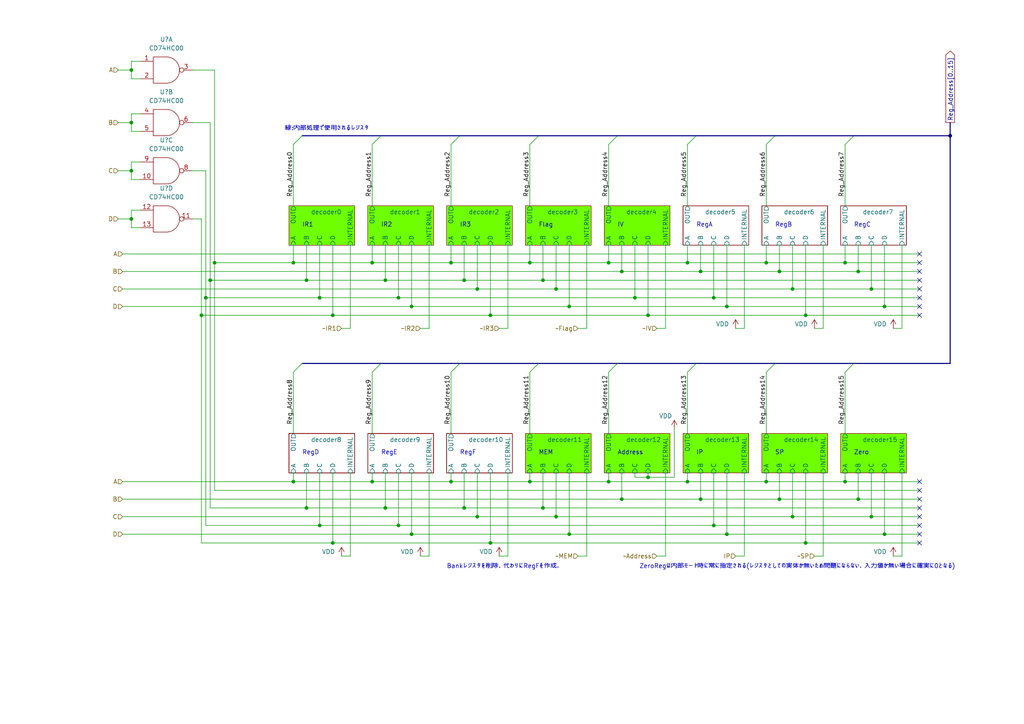
<source format=kicad_sch>
(kicad_sch (version 20211123) (generator eeschema)
  (paper "A4")
  (lib_symbols
    (symbol "CD74HCXX:CD74HC00" (pin_names (offset 0.762))
      (property "Reference" "U" (at -2.54 6.985 0))
      (property "Value" "CD74HC00" (at 1.27 5.08 0))
      (symbol "CD74HC00_0_0"
        (pin power_in line (at -2.54 2.54 0) (length 0) hide (name "VCC") (number "14"))
        (pin power_in line (at -2.54 -2.54 0) (length 0) hide (name "GND") (number "7"))
      )
      (symbol "CD74HC00_0_1"
        (arc (start 0 -3.81) (mid 3.81 0) (end 0 3.81))
        (polyline (pts (xy 0 3.81) (xy -3.81 3.81) (xy -3.81 -3.81) (xy 0 -3.81)))
      )
      (symbol "CD74HC00_0_2"
        (arc (start -4.445 -3.81) (mid -3.175 0) (end -4.445 3.81))
        (arc (start -3.175 -3.81) (mid 0.803 -2.7954) (end 3.81 0))
        (polyline (pts (xy -4.445 -3.81) (xy -3.175 -3.81)))
        (polyline (pts (xy -4.445 3.81) (xy -3.175 3.81)))
        (arc (start 3.81 0) (mid 0.8099 2.8117) (end -3.175 3.81))
      )
      (symbol "CD74HC00_1_1"
        (pin input line (at -7.62 2.54 0) (length 3.81) (name "~") (number "1"))
        (pin input line (at -7.62 -2.54 0) (length 3.81) (name "~") (number "2"))
        (pin output inverted (at 7.62 0 180) (length 3.81) (name "~") (number "3"))
      )
      (symbol "CD74HC00_1_2"
        (pin input inverted (at -7.62 2.54 0) (length 3.81) (name "~") (number "1"))
        (pin input inverted (at -7.62 -2.54 0) (length 3.81) (name "~") (number "2"))
        (pin output line (at 7.62 0 180) (length 3.81) (name "~") (number "3"))
      )
      (symbol "CD74HC00_2_1"
        (pin input line (at -7.62 2.54 0) (length 3.81) (name "~") (number "4"))
        (pin input line (at -7.62 -2.54 0) (length 3.81) (name "~") (number "5"))
        (pin output inverted (at 7.62 0 180) (length 3.81) (name "~") (number "6"))
      )
      (symbol "CD74HC00_2_2"
        (pin input inverted (at -7.62 2.54 0) (length 3.81) (name "~") (number "4"))
        (pin input inverted (at -7.62 -2.54 0) (length 3.81) (name "~") (number "5"))
        (pin output line (at 7.62 0 180) (length 3.81) (name "~") (number "6"))
      )
      (symbol "CD74HC00_3_1"
        (pin input line (at -7.62 -2.54 0) (length 3.81) (name "~") (number "10"))
        (pin output inverted (at 7.62 0 180) (length 3.81) (name "~") (number "8"))
        (pin input line (at -7.62 2.54 0) (length 3.81) (name "~") (number "9"))
      )
      (symbol "CD74HC00_3_2"
        (pin input inverted (at -7.62 -2.54 0) (length 3.81) (name "~") (number "10"))
        (pin output line (at 7.62 0 180) (length 3.81) (name "~") (number "8"))
        (pin input inverted (at -7.62 2.54 0) (length 3.81) (name "~") (number "9"))
      )
      (symbol "CD74HC00_4_1"
        (pin output inverted (at 7.62 0 180) (length 3.81) (name "~") (number "11"))
        (pin input line (at -7.62 2.54 0) (length 3.81) (name "~") (number "12"))
        (pin input line (at -7.62 -2.54 0) (length 3.81) (name "~") (number "13"))
      )
      (symbol "CD74HC00_4_2"
        (pin output line (at 7.62 0 180) (length 3.81) (name "~") (number "11"))
        (pin input inverted (at -7.62 2.54 0) (length 3.81) (name "~") (number "12"))
        (pin input inverted (at -7.62 -2.54 0) (length 3.81) (name "~") (number "13"))
      )
    )
    (symbol "power:VDD" (power) (pin_names (offset 0))
      (property "Value" "VDD" (at 0 3.81 0))
      (symbol "VDD_0_1"
        (polyline (pts (xy -0.762 1.27) (xy 0 2.54)))
        (polyline (pts (xy 0 0) (xy 0 2.54)))
        (polyline (pts (xy 0 2.54) (xy 0.762 1.27)))
      )
      (symbol "VDD_1_1"
        (pin power_in line (at 0 0 90) (length 0) hide (name "VDD") (number "1"))
      )
    )
  )
  (junction (at 226.06 144.78))
  (junction (at 138.43 149.86))
  (junction (at 119.38 154.94))
  (junction (at 210.82 154.94))
  (junction (at 207.01 86.36))
  (junction (at 38.1 49.53))
  (junction (at 88.9 147.32))
  (junction (at 203.2 144.78))
  (junction (at 248.92 144.78))
  (junction (at 92.71 152.4))
  (junction (at 252.73 149.86))
  (junction (at 184.15 86.36))
  (junction (at 176.53 76.2))
  (junction (at 199.39 139.7))
  (junction (at 229.87 83.82))
  (junction (at 111.76 81.28))
  (junction (at 115.57 86.36))
  (junction (at 134.62 81.28))
  (junction (at 153.67 139.7))
  (junction (at 226.06 78.74))
  (junction (at 165.1 154.94))
  (junction (at 252.73 83.82))
  (junction (at 157.48 147.32))
  (junction (at 248.92 78.74))
  (junction (at 153.67 76.2))
  (junction (at 96.52 157.48))
  (junction (at 187.96 91.44))
  (junction (at 111.76 147.32))
  (junction (at 187.96 138.43))
  (junction (at 38.1 63.5))
  (junction (at 245.11 139.7))
  (junction (at 134.62 147.32))
  (junction (at 210.82 88.9))
  (junction (at 256.54 88.9))
  (junction (at 142.24 157.48))
  (junction (at 38.1 20.32))
  (junction (at 176.53 139.7))
  (junction (at 88.9 81.28))
  (junction (at 85.09 139.7))
  (junction (at 199.39 76.2))
  (junction (at 119.38 88.9))
  (junction (at 203.2 78.74))
  (junction (at 85.09 76.2))
  (junction (at 115.57 152.4))
  (junction (at 92.71 86.36))
  (junction (at 180.34 78.74))
  (junction (at 60.96 81.28))
  (junction (at 165.1 88.9))
  (junction (at 245.11 76.2))
  (junction (at 256.54 154.94))
  (junction (at 138.43 83.82))
  (junction (at 222.25 76.2))
  (junction (at 130.81 76.2))
  (junction (at 157.48 81.28))
  (junction (at 161.29 149.86))
  (junction (at 107.95 139.7))
  (junction (at 38.1 35.56))
  (junction (at 275.59 39.37))
  (junction (at 233.68 91.44))
  (junction (at 58.42 91.44))
  (junction (at 130.81 139.7))
  (junction (at 207.01 152.4))
  (junction (at 142.24 91.44))
  (junction (at 180.34 144.78))
  (junction (at 62.23 76.2))
  (junction (at 161.29 83.82))
  (junction (at 96.52 91.44))
  (junction (at 229.87 149.86))
  (junction (at 233.68 157.48))
  (junction (at 59.69 86.36))
  (junction (at 222.25 139.7))
  (junction (at 107.95 76.2))
  (no_connect (at 266.7 152.4))
  (no_connect (at 266.7 149.86))
  (no_connect (at 266.7 154.94))
  (no_connect (at 266.7 144.78))
  (no_connect (at 266.7 139.7))
  (no_connect (at 266.7 147.32))
  (no_connect (at 266.7 86.36))
  (no_connect (at 266.7 88.9))
  (no_connect (at 266.7 91.44))
  (no_connect (at 266.7 78.74))
  (no_connect (at 266.7 81.28))
  (no_connect (at 266.7 83.82))
  (no_connect (at 266.7 76.2))
  (no_connect (at 266.7 73.66))
  (no_connect (at 266.7 142.24))
  (no_connect (at 266.7 157.48))
  (bus_entry (at 107.95 107.95) (size 2.54 -2.54))
  (bus_entry (at 85.09 41.91) (size 2.54 -2.54))
  (bus_entry (at 107.95 41.91) (size 2.54 -2.54))
  (bus_entry (at 222.25 41.91) (size 2.54 -2.54))
  (bus_entry (at 176.53 41.91) (size 2.54 -2.54))
  (bus_entry (at 153.67 41.91) (size 2.54 -2.54))
  (bus_entry (at 130.81 41.91) (size 2.54 -2.54))
  (bus_entry (at 199.39 41.91) (size 2.54 -2.54))
  (bus_entry (at 199.39 107.95) (size 2.54 -2.54))
  (bus_entry (at 153.67 107.95) (size 2.54 -2.54))
  (bus_entry (at 222.25 107.95) (size 2.54 -2.54))
  (bus_entry (at 245.11 41.91) (size 2.54 -2.54))
  (bus_entry (at 245.11 107.95) (size 2.54 -2.54))
  (bus_entry (at 130.81 107.95) (size 2.54 -2.54))
  (bus_entry (at 176.53 107.95) (size 2.54 -2.54))
  (bus_entry (at 85.09 107.95) (size 2.54 -2.54))
  (wire (pts (xy 207.01 152.4) (xy 266.7 152.4)))
  (wire (pts (xy 119.38 137.16) (xy 119.38 154.94)))
  (wire (pts (xy 226.06 71.12) (xy 226.06 78.74)))
  (wire (pts (xy 38.1 33.02) (xy 40.64 33.02)))
  (wire (pts (xy 115.57 152.4) (xy 207.01 152.4)))
  (wire (pts (xy 187.96 71.12) (xy 187.96 91.44)))
  (bus (pts (xy 201.93 105.41) (xy 224.79 105.41)))
  (wire (pts (xy 119.38 154.94) (xy 165.1 154.94)))
  (wire (pts (xy 55.88 35.56) (xy 60.96 35.56)))
  (wire (pts (xy 256.54 137.16) (xy 256.54 154.94)))
  (wire (pts (xy 184.15 137.16) (xy 184.15 138.43)))
  (wire (pts (xy 157.48 147.32) (xy 266.7 147.32)))
  (wire (pts (xy 165.1 71.12) (xy 165.1 88.9)))
  (wire (pts (xy 213.36 161.29) (xy 215.9 161.29)))
  (bus (pts (xy 247.65 39.37) (xy 275.59 39.37)))
  (wire (pts (xy 35.56 139.7) (xy 85.09 139.7)))
  (bus (pts (xy 201.93 39.37) (xy 224.79 39.37)))
  (wire (pts (xy 176.53 41.91) (xy 176.53 59.69)))
  (wire (pts (xy 238.76 71.12) (xy 238.76 95.25)))
  (wire (pts (xy 261.62 137.16) (xy 261.62 161.29)))
  (wire (pts (xy 121.92 161.29) (xy 124.46 161.29)))
  (wire (pts (xy 176.53 76.2) (xy 199.39 76.2)))
  (wire (pts (xy 55.88 49.53) (xy 59.69 49.53)))
  (wire (pts (xy 142.24 137.16) (xy 142.24 157.48)))
  (wire (pts (xy 226.06 78.74) (xy 248.92 78.74)))
  (wire (pts (xy 222.25 139.7) (xy 245.11 139.7)))
  (wire (pts (xy 176.53 107.95) (xy 176.53 125.73)))
  (wire (pts (xy 88.9 81.28) (xy 111.76 81.28)))
  (wire (pts (xy 199.39 76.2) (xy 222.25 76.2)))
  (bus (pts (xy 156.21 105.41) (xy 179.07 105.41)))
  (wire (pts (xy 142.24 157.48) (xy 233.68 157.48)))
  (wire (pts (xy 107.95 137.16) (xy 107.95 139.7)))
  (wire (pts (xy 138.43 137.16) (xy 138.43 149.86)))
  (wire (pts (xy 35.56 144.78) (xy 180.34 144.78)))
  (wire (pts (xy 222.25 107.95) (xy 222.25 125.73)))
  (wire (pts (xy 203.2 78.74) (xy 226.06 78.74)))
  (wire (pts (xy 85.09 107.95) (xy 85.09 125.73)))
  (wire (pts (xy 35.56 154.94) (xy 119.38 154.94)))
  (wire (pts (xy 199.39 41.91) (xy 199.39 59.69)))
  (wire (pts (xy 96.52 157.48) (xy 142.24 157.48)))
  (bus (pts (xy 156.21 39.37) (xy 179.07 39.37)))
  (wire (pts (xy 161.29 83.82) (xy 229.87 83.82)))
  (wire (pts (xy 38.1 22.86) (xy 38.1 20.32)))
  (wire (pts (xy 180.34 144.78) (xy 203.2 144.78)))
  (wire (pts (xy 259.08 95.25) (xy 261.62 95.25)))
  (wire (pts (xy 35.56 73.66) (xy 266.7 73.66)))
  (wire (pts (xy 187.96 138.43) (xy 195.58 138.43)))
  (wire (pts (xy 207.01 86.36) (xy 266.7 86.36)))
  (wire (pts (xy 85.09 139.7) (xy 107.95 139.7)))
  (wire (pts (xy 161.29 149.86) (xy 229.87 149.86)))
  (wire (pts (xy 40.64 66.04) (xy 38.1 66.04)))
  (wire (pts (xy 107.95 76.2) (xy 130.81 76.2)))
  (wire (pts (xy 111.76 71.12) (xy 111.76 81.28)))
  (wire (pts (xy 245.11 139.7) (xy 266.7 139.7)))
  (bus (pts (xy 179.07 39.37) (xy 201.93 39.37)))
  (wire (pts (xy 85.09 76.2) (xy 107.95 76.2)))
  (wire (pts (xy 111.76 81.28) (xy 134.62 81.28)))
  (wire (pts (xy 222.25 137.16) (xy 222.25 139.7)))
  (wire (pts (xy 101.6 71.12) (xy 101.6 95.25)))
  (wire (pts (xy 229.87 83.82) (xy 252.73 83.82)))
  (wire (pts (xy 167.64 161.29) (xy 170.18 161.29)))
  (wire (pts (xy 92.71 137.16) (xy 92.71 152.4)))
  (wire (pts (xy 121.92 95.25) (xy 124.46 95.25)))
  (wire (pts (xy 130.81 71.12) (xy 130.81 76.2)))
  (wire (pts (xy 96.52 71.12) (xy 96.52 91.44)))
  (bus (pts (xy 87.63 105.41) (xy 110.49 105.41)))
  (wire (pts (xy 170.18 137.16) (xy 170.18 161.29)))
  (wire (pts (xy 236.22 161.29) (xy 238.76 161.29)))
  (wire (pts (xy 245.11 107.95) (xy 245.11 125.73)))
  (wire (pts (xy 180.34 71.12) (xy 180.34 78.74)))
  (wire (pts (xy 58.42 91.44) (xy 58.42 157.48)))
  (wire (pts (xy 35.56 78.74) (xy 180.34 78.74)))
  (wire (pts (xy 124.46 137.16) (xy 124.46 161.29)))
  (wire (pts (xy 229.87 137.16) (xy 229.87 149.86)))
  (wire (pts (xy 34.29 49.53) (xy 38.1 49.53)))
  (wire (pts (xy 157.48 71.12) (xy 157.48 81.28)))
  (wire (pts (xy 207.01 71.12) (xy 207.01 86.36)))
  (wire (pts (xy 62.23 142.24) (xy 266.7 142.24)))
  (wire (pts (xy 203.2 137.16) (xy 203.2 144.78)))
  (wire (pts (xy 222.25 41.91) (xy 222.25 59.69)))
  (wire (pts (xy 88.9 147.32) (xy 111.76 147.32)))
  (wire (pts (xy 96.52 137.16) (xy 96.52 157.48)))
  (wire (pts (xy 55.88 20.32) (xy 62.23 20.32)))
  (wire (pts (xy 111.76 137.16) (xy 111.76 147.32)))
  (wire (pts (xy 180.34 137.16) (xy 180.34 144.78)))
  (wire (pts (xy 207.01 137.16) (xy 207.01 152.4)))
  (wire (pts (xy 256.54 71.12) (xy 256.54 88.9)))
  (wire (pts (xy 165.1 137.16) (xy 165.1 154.94)))
  (wire (pts (xy 210.82 154.94) (xy 256.54 154.94)))
  (bus (pts (xy 224.79 105.41) (xy 247.65 105.41)))
  (wire (pts (xy 107.95 139.7) (xy 130.81 139.7)))
  (wire (pts (xy 88.9 71.12) (xy 88.9 81.28)))
  (wire (pts (xy 233.68 137.16) (xy 233.68 157.48)))
  (bus (pts (xy 133.35 39.37) (xy 156.21 39.37)))
  (wire (pts (xy 167.64 95.25) (xy 170.18 95.25)))
  (wire (pts (xy 138.43 149.86) (xy 161.29 149.86)))
  (wire (pts (xy 38.1 60.96) (xy 40.64 60.96)))
  (wire (pts (xy 222.25 71.12) (xy 222.25 76.2)))
  (wire (pts (xy 147.32 137.16) (xy 147.32 161.29)))
  (wire (pts (xy 199.39 139.7) (xy 222.25 139.7)))
  (wire (pts (xy 210.82 88.9) (xy 256.54 88.9)))
  (wire (pts (xy 59.69 86.36) (xy 92.71 86.36)))
  (bus (pts (xy 275.59 35.56) (xy 275.59 39.37)))
  (wire (pts (xy 210.82 71.12) (xy 210.82 88.9)))
  (wire (pts (xy 85.09 41.91) (xy 85.09 59.69)))
  (wire (pts (xy 134.62 147.32) (xy 157.48 147.32)))
  (wire (pts (xy 261.62 71.12) (xy 261.62 95.25)))
  (wire (pts (xy 134.62 71.12) (xy 134.62 81.28)))
  (wire (pts (xy 199.39 107.95) (xy 199.39 125.73)))
  (wire (pts (xy 38.1 46.99) (xy 40.64 46.99)))
  (wire (pts (xy 111.76 147.32) (xy 134.62 147.32)))
  (wire (pts (xy 226.06 137.16) (xy 226.06 144.78)))
  (bus (pts (xy 275.59 39.37) (xy 275.59 105.41)))
  (wire (pts (xy 222.25 76.2) (xy 245.11 76.2)))
  (wire (pts (xy 248.92 144.78) (xy 266.7 144.78)))
  (wire (pts (xy 130.81 76.2) (xy 153.67 76.2)))
  (wire (pts (xy 35.56 83.82) (xy 138.43 83.82)))
  (wire (pts (xy 170.18 71.12) (xy 170.18 95.25)))
  (bus (pts (xy 133.35 105.41) (xy 156.21 105.41)))
  (wire (pts (xy 60.96 35.56) (xy 60.96 81.28)))
  (wire (pts (xy 34.29 35.56) (xy 38.1 35.56)))
  (wire (pts (xy 153.67 71.12) (xy 153.67 76.2)))
  (wire (pts (xy 115.57 137.16) (xy 115.57 152.4)))
  (wire (pts (xy 248.92 71.12) (xy 248.92 78.74)))
  (wire (pts (xy 153.67 107.95) (xy 153.67 125.73)))
  (wire (pts (xy 203.2 144.78) (xy 226.06 144.78)))
  (wire (pts (xy 245.11 137.16) (xy 245.11 139.7)))
  (wire (pts (xy 165.1 154.94) (xy 210.82 154.94)))
  (wire (pts (xy 245.11 71.12) (xy 245.11 76.2)))
  (wire (pts (xy 92.71 86.36) (xy 115.57 86.36)))
  (wire (pts (xy 40.64 22.86) (xy 38.1 22.86)))
  (wire (pts (xy 138.43 71.12) (xy 138.43 83.82)))
  (wire (pts (xy 138.43 83.82) (xy 161.29 83.82)))
  (wire (pts (xy 229.87 149.86) (xy 252.73 149.86)))
  (bus (pts (xy 110.49 105.41) (xy 133.35 105.41)))
  (wire (pts (xy 88.9 137.16) (xy 88.9 147.32)))
  (wire (pts (xy 229.87 71.12) (xy 229.87 83.82)))
  (wire (pts (xy 60.96 81.28) (xy 88.9 81.28)))
  (wire (pts (xy 130.81 137.16) (xy 130.81 139.7)))
  (wire (pts (xy 40.64 38.1) (xy 38.1 38.1)))
  (wire (pts (xy 60.96 81.28) (xy 60.96 147.32)))
  (wire (pts (xy 248.92 137.16) (xy 248.92 144.78)))
  (wire (pts (xy 58.42 63.5) (xy 58.42 91.44)))
  (wire (pts (xy 99.06 161.29) (xy 101.6 161.29)))
  (wire (pts (xy 215.9 71.12) (xy 215.9 95.25)))
  (wire (pts (xy 142.24 91.44) (xy 187.96 91.44)))
  (wire (pts (xy 238.76 137.16) (xy 238.76 161.29)))
  (wire (pts (xy 119.38 71.12) (xy 119.38 88.9)))
  (wire (pts (xy 134.62 137.16) (xy 134.62 147.32)))
  (wire (pts (xy 157.48 81.28) (xy 266.7 81.28)))
  (wire (pts (xy 252.73 137.16) (xy 252.73 149.86)))
  (bus (pts (xy 179.07 105.41) (xy 201.93 105.41)))
  (wire (pts (xy 107.95 71.12) (xy 107.95 76.2)))
  (wire (pts (xy 245.11 41.91) (xy 245.11 59.69)))
  (wire (pts (xy 92.71 71.12) (xy 92.71 86.36)))
  (wire (pts (xy 38.1 49.53) (xy 38.1 46.99)))
  (wire (pts (xy 58.42 91.44) (xy 96.52 91.44)))
  (wire (pts (xy 38.1 20.32) (xy 38.1 17.78)))
  (wire (pts (xy 248.92 78.74) (xy 266.7 78.74)))
  (wire (pts (xy 59.69 49.53) (xy 59.69 86.36)))
  (wire (pts (xy 38.1 66.04) (xy 38.1 63.5)))
  (wire (pts (xy 233.68 71.12) (xy 233.68 91.44)))
  (wire (pts (xy 184.15 86.36) (xy 207.01 86.36)))
  (wire (pts (xy 130.81 139.7) (xy 153.67 139.7)))
  (wire (pts (xy 38.1 17.78) (xy 40.64 17.78)))
  (wire (pts (xy 59.69 152.4) (xy 92.71 152.4)))
  (wire (pts (xy 153.67 41.91) (xy 153.67 59.69)))
  (wire (pts (xy 85.09 137.16) (xy 85.09 139.7)))
  (wire (pts (xy 144.78 161.29) (xy 147.32 161.29)))
  (wire (pts (xy 130.81 41.91) (xy 130.81 59.69)))
  (wire (pts (xy 184.15 138.43) (xy 187.96 138.43)))
  (wire (pts (xy 35.56 149.86) (xy 138.43 149.86)))
  (wire (pts (xy 59.69 86.36) (xy 59.69 152.4)))
  (wire (pts (xy 190.5 95.25) (xy 193.04 95.25)))
  (wire (pts (xy 256.54 154.94) (xy 266.7 154.94)))
  (wire (pts (xy 199.39 137.16) (xy 199.39 139.7)))
  (wire (pts (xy 153.67 139.7) (xy 176.53 139.7)))
  (wire (pts (xy 184.15 71.12) (xy 184.15 86.36)))
  (wire (pts (xy 252.73 71.12) (xy 252.73 83.82)))
  (wire (pts (xy 62.23 76.2) (xy 62.23 142.24)))
  (wire (pts (xy 187.96 91.44) (xy 233.68 91.44)))
  (bus (pts (xy 87.63 39.37) (xy 110.49 39.37)))
  (wire (pts (xy 187.96 137.16) (xy 187.96 138.43)))
  (wire (pts (xy 124.46 71.12) (xy 124.46 95.25)))
  (bus (pts (xy 110.49 39.37) (xy 133.35 39.37)))
  (wire (pts (xy 107.95 107.95) (xy 107.95 125.73)))
  (wire (pts (xy 210.82 137.16) (xy 210.82 154.94)))
  (wire (pts (xy 119.38 88.9) (xy 165.1 88.9)))
  (wire (pts (xy 161.29 137.16) (xy 161.29 149.86)))
  (wire (pts (xy 55.88 63.5) (xy 58.42 63.5)))
  (wire (pts (xy 60.96 147.32) (xy 88.9 147.32)))
  (wire (pts (xy 115.57 71.12) (xy 115.57 86.36)))
  (wire (pts (xy 236.22 95.25) (xy 238.76 95.25)))
  (wire (pts (xy 153.67 137.16) (xy 153.67 139.7)))
  (wire (pts (xy 142.24 71.12) (xy 142.24 91.44)))
  (wire (pts (xy 96.52 91.44) (xy 142.24 91.44)))
  (wire (pts (xy 153.67 76.2) (xy 176.53 76.2)))
  (wire (pts (xy 38.1 35.56) (xy 38.1 33.02)))
  (wire (pts (xy 38.1 52.07) (xy 38.1 49.53)))
  (wire (pts (xy 58.42 157.48) (xy 96.52 157.48)))
  (wire (pts (xy 34.29 20.32) (xy 38.1 20.32)))
  (wire (pts (xy 34.29 63.5) (xy 38.1 63.5)))
  (wire (pts (xy 203.2 71.12) (xy 203.2 78.74)))
  (wire (pts (xy 147.32 71.12) (xy 147.32 95.25)))
  (wire (pts (xy 252.73 149.86) (xy 266.7 149.86)))
  (wire (pts (xy 62.23 76.2) (xy 85.09 76.2)))
  (wire (pts (xy 215.9 137.16) (xy 215.9 161.29)))
  (wire (pts (xy 176.53 137.16) (xy 176.53 139.7)))
  (wire (pts (xy 252.73 83.82) (xy 266.7 83.82)))
  (wire (pts (xy 165.1 88.9) (xy 210.82 88.9)))
  (wire (pts (xy 176.53 71.12) (xy 176.53 76.2)))
  (wire (pts (xy 199.39 71.12) (xy 199.39 76.2)))
  (wire (pts (xy 62.23 20.32) (xy 62.23 76.2)))
  (wire (pts (xy 92.71 152.4) (xy 115.57 152.4)))
  (wire (pts (xy 190.5 161.29) (xy 193.04 161.29)))
  (wire (pts (xy 144.78 95.25) (xy 147.32 95.25)))
  (wire (pts (xy 38.1 63.5) (xy 38.1 60.96)))
  (wire (pts (xy 259.08 161.29) (xy 261.62 161.29)))
  (wire (pts (xy 99.06 95.25) (xy 101.6 95.25)))
  (bus (pts (xy 247.65 105.41) (xy 275.59 105.41)))
  (bus (pts (xy 224.79 39.37) (xy 247.65 39.37)))
  (wire (pts (xy 107.95 41.91) (xy 107.95 59.69)))
  (wire (pts (xy 195.58 124.46) (xy 195.58 138.43)))
  (wire (pts (xy 101.6 137.16) (xy 101.6 161.29)))
  (wire (pts (xy 245.11 76.2) (xy 266.7 76.2)))
  (wire (pts (xy 85.09 71.12) (xy 85.09 76.2)))
  (wire (pts (xy 233.68 157.48) (xy 266.7 157.48)))
  (wire (pts (xy 115.57 86.36) (xy 184.15 86.36)))
  (wire (pts (xy 35.56 88.9) (xy 119.38 88.9)))
  (wire (pts (xy 176.53 139.7) (xy 199.39 139.7)))
  (wire (pts (xy 226.06 144.78) (xy 248.92 144.78)))
  (wire (pts (xy 256.54 88.9) (xy 266.7 88.9)))
  (wire (pts (xy 38.1 38.1) (xy 38.1 35.56)))
  (wire (pts (xy 157.48 137.16) (xy 157.48 147.32)))
  (wire (pts (xy 233.68 91.44) (xy 266.7 91.44)))
  (wire (pts (xy 193.04 137.16) (xy 193.04 161.29)))
  (wire (pts (xy 134.62 81.28) (xy 157.48 81.28)))
  (wire (pts (xy 193.04 71.12) (xy 193.04 95.25)))
  (wire (pts (xy 130.81 107.95) (xy 130.81 125.73)))
  (wire (pts (xy 40.64 52.07) (xy 38.1 52.07)))
  (wire (pts (xy 180.34 78.74) (xy 203.2 78.74)))
  (wire (pts (xy 161.29 71.12) (xy 161.29 83.82)))
  (wire (pts (xy 213.36 95.25) (xy 215.9 95.25)))
  (text "Zero" (at 247.65 132.08 0) (effects (font (size 1.27 1.27)) (justify left bottom)))
  (text "IR2" (at 110.49 66.04 0) (effects (font (size 1.27 1.27)) (justify left bottom)))
  (text "MEM" (at 156.21 132.08 0) (effects (font (size 1.27 1.27)) (justify left bottom)))
  (text "IR1" (at 87.63 66.04 0) (effects (font (size 1.27 1.27)) (justify left bottom)))
  (text "RegE" (at 110.49 132.08 0) (effects (font (size 1.27 1.27)) (justify left bottom)))
  (text "RegF" (at 133.35 132.08 0) (effects (font (size 1.27 1.27)) (justify left bottom)))
  (text "Address" (at 179.07 132.08 0) (effects (font (size 1.27 1.27)) (justify left bottom)))
  (text "緑:内部処理で使用されるレジスタ" (at 82.55 38.1 0) (effects (font (size 1.27 1.27)) (justify left bottom)))
  (text "RegA" (at 201.93 66.04 0) (effects (font (size 1.27 1.27)) (justify left bottom)))
  (text "ZeroRegは内部モード時に常に指定される(レジスタとしての実体が無いため問題にならない．入力値が無い場合に確実に0となる)" (at 185.42 165.1 0) (effects (font (size 1.27 1.27)) (justify left bottom)))
  (text "Bankレジスタを削除．代わりにRegFを作成．" (at 129.54 165.1 0) (effects (font (size 1.27 1.27)) (justify left bottom)))
  (text "Flag" (at 156.21 66.04 0) (effects (font (size 1.27 1.27)) (justify left bottom)))
  (text "RegD" (at 87.63 132.08 0) (effects (font (size 1.27 1.27)) (justify left bottom)))
  (text "RegC" (at 247.65 66.04 0) (effects (font (size 1.27 1.27)) (justify left bottom)))
  (text "IV" (at 179.07 66.04 0) (effects (font (size 1.27 1.27)) (justify left bottom)))
  (text "IR3" (at 133.35 66.04 0) (effects (font (size 1.27 1.27)) (justify left bottom)))
  (text "RegB" (at 224.79 66.04 0) (effects (font (size 1.27 1.27)) (justify left bottom)))
  (text "IP" (at 201.93 132.08 0) (effects (font (size 1.27 1.27)) (justify left bottom)))
  (text "SP" (at 224.79 132.08 0) (effects (font (size 1.27 1.27)) (justify left bottom)))
  (label "Reg_Address0" (at 85.09 57.15 90))
  (label "Reg_Address6" (at 222.25 57.15 90))
  (label "Reg_Address13" (at 199.39 123.19 90))
  (label "Reg_Address10" (at 130.81 123.19 90))
  (label "Reg_Address12" (at 176.53 123.19 90))
  (label "Reg_Address7" (at 245.11 57.15 90))
  (label "Reg_Address8" (at 85.09 123.19 90))
  (label "Reg_Address4" (at 176.53 57.15 90))
  (label "Reg_Address14" (at 222.25 123.19 90))
  (label "Reg_Address2" (at 130.81 57.15 90))
  (label "Reg_Address9" (at 107.95 123.19 90))
  (label "Reg_Address1" (at 107.95 57.15 90))
  (label "Reg_Address11" (at 153.67 123.19 90))
  (label "Reg_Address5" (at 199.39 57.15 90))
  (label "Reg_Address15" (at 245.11 123.19 90))
  (label "Reg_Address3" (at 153.67 57.15 90))
  (global_label "Reg_Address[0..15]" (shape output) (at 275.59 35.56 90) (property "Intersheet References" "${INTERSHEET_REFS}" (effects hide)))
  (hierarchical_label "A" (shape input) (at 34.29 20.32 180))
  (hierarchical_label "C" (shape input) (at 34.29 49.53 180))
  (hierarchical_label "~IV" (shape input) (at 190.5 95.25 180))
  (hierarchical_label "~Address" (shape input) (at 190.5 161.29 180))
  (hierarchical_label "D" (shape input) (at 35.56 88.9 180))
  (hierarchical_label "~IR2" (shape input) (at 121.92 95.25 180))
  (hierarchical_label "A" (shape input) (at 35.56 139.7 180))
  (hierarchical_label "~IR1" (shape input) (at 99.06 95.25 180))
  (hierarchical_label "~Flag" (shape input) (at 167.64 95.25 180))
  (hierarchical_label "B" (shape input) (at 34.29 35.56 180))
  (hierarchical_label "~IR3" (shape input) (at 144.78 95.25 180))
  (hierarchical_label "IP" (shape input) (at 213.36 161.29 180))
  (hierarchical_label "B" (shape input) (at 35.56 78.74 180))
  (hierarchical_label "~SP" (shape input) (at 236.22 161.29 180))
  (hierarchical_label "C" (shape input) (at 35.56 83.82 180))
  (hierarchical_label "D" (shape input) (at 34.29 63.5 180))
  (hierarchical_label "C" (shape input) (at 35.56 149.86 180))
  (hierarchical_label "D" (shape input) (at 35.56 154.94 180))
  (hierarchical_label "B" (shape input) (at 35.56 144.78 180))
  (hierarchical_label "A" (shape input) (at 35.56 73.66 180))
  (hierarchical_label "~MEM" (shape input) (at 167.64 161.29 180))
  (symbol (lib_id "power:VDD") (at 121.92 161.29 0) (unit 1)
    (property "Reference" "#PWR?" (effects hide))
    (property "Value" "VDD" (at 118.11 160.02 0))
  )
  (symbol (lib_id "power:VDD") (at 259.08 95.25 0) (unit 1)
    (property "Reference" "#PWR?" (effects hide))
    (property "Value" "VDD" (at 255.27 93.98 0))
  )
  (symbol (lib_id "power:VDD") (at 99.06 161.29 0) (unit 1)
    (property "Reference" "#PWR?" (effects hide))
    (property "Value" "VDD" (at 95.25 160.02 0))
  )
  (symbol (lib_id "CD74HCXX:CD74HC00") (at 48.26 49.53 0) (unit 3)
    (property "Reference" "U?" (at 48.26 40.64 0))
    (property "Value" "CD74HC00" (at 48.26 43.18 0))
  )
  (symbol (lib_id "power:VDD") (at 213.36 95.25 0) (unit 1)
    (property "Reference" "#PWR?" (effects hide))
    (property "Value" "VDD" (at 209.55 93.98 0))
  )
  (symbol (lib_id "power:VDD") (at 195.58 124.46 0) (unit 1)
    (property "Reference" "#PWR?" (effects hide))
    (property "Value" "VDD" (at 193.04 120.65 0))
  )
  (symbol (lib_id "CD74HCXX:CD74HC00") (at 48.26 63.5 0) (unit 4)
    (property "Reference" "U?" (at 48.26 54.61 0))
    (property "Value" "CD74HC00" (at 48.26 57.15 0))
  )
  (symbol (lib_id "CD74HCXX:CD74HC00") (at 48.26 35.56 0) (unit 2)
    (property "Reference" "U?" (at 48.26 26.67 0))
    (property "Value" "CD74HC00" (at 48.26 29.21 0))
  )
  (symbol (lib_id "CD74HCXX:CD74HC00") (at 48.26 20.32 0) (unit 1)
    (property "Reference" "U?" (at 48.26 11.43 0))
    (property "Value" "CD74HC00" (at 48.26 13.97 0))
  )
  (symbol (lib_id "power:VDD") (at 259.08 161.29 0) (unit 1)
    (property "Reference" "#PWR?" (effects hide))
    (property "Value" "VDD" (at 255.27 160.02 0))
  )
  (symbol (lib_id "power:VDD") (at 144.78 161.29 0) (unit 1)
    (property "Reference" "#PWR?" (effects hide))
    (property "Value" "VDD" (at 140.97 160.02 0))
  )
  (symbol (lib_id "power:VDD") (at 236.22 95.25 0) (unit 1)
    (property "Reference" "#PWR?" (effects hide))
    (property "Value" "VDD" (at 232.41 93.98 0))
  )
  (sheet (at 175.26 59.69) (size 19.05 11.43) (stroke (width 0.1524)) (fill (color 111 255 1 1.0000))
    (property "Sheet name" "decoder4" (at 181.61 62.23 0) (effects (justify left bottom)))
    (property "Sheet file" "decoder.kicad_sch" (effects hide))
    (pin "A" input (at 176.53 71.12 270))
    (pin "B" input (at 180.34 71.12 270))
    (pin "C" input (at 184.15 71.12 270))
    (pin "D" input (at 187.96 71.12 270))
    (pin "INTERNAL" input (at 193.04 71.12 270))
    (pin "OUT" output (at 176.53 59.69 90))
  )
  (sheet (at 220.98 59.69) (size 19.05 11.43) (stroke (width 0.1524))
    (property "Sheet name" "decoder6" (at 227.33 62.23 0) (effects (justify left bottom)))
    (property "Sheet file" "decoder.kicad_sch" (effects hide))
    (pin "A" input (at 222.25 71.12 270))
    (pin "B" input (at 226.06 71.12 270))
    (pin "C" input (at 229.87 71.12 270))
    (pin "D" input (at 233.68 71.12 270))
    (pin "INTERNAL" input (at 238.76 71.12 270))
    (pin "OUT" output (at 222.25 59.69 90))
  )
  (sheet (at 243.84 125.73) (size 19.05 11.43) (stroke (width 0.1524)) (fill (color 111 255 1 1.0000))
    (property "Sheet name" "decoder15" (at 250.19 128.27 0) (effects (justify left bottom)))
    (property "Sheet file" "decoder.kicad_sch" (effects hide))
    (pin "A" input (at 245.11 137.16 270))
    (pin "B" input (at 248.92 137.16 270))
    (pin "C" input (at 252.73 137.16 270))
    (pin "D" input (at 256.54 137.16 270))
    (pin "INTERNAL" input (at 261.62 137.16 270))
    (pin "OUT" output (at 245.11 125.73 90))
  )
  (sheet (at 106.68 59.69) (size 19.05 11.43) (stroke (width 0.1524)) (fill (color 111 255 1 1.0000))
    (property "Sheet name" "decoder1" (at 113.03 62.23 0) (effects (justify left bottom)))
    (property "Sheet file" "decoder.kicad_sch" (effects hide))
    (pin "A" input (at 107.95 71.12 270))
    (pin "B" input (at 111.76 71.12 270))
    (pin "C" input (at 115.57 71.12 270))
    (pin "D" input (at 119.38 71.12 270))
    (pin "INTERNAL" input (at 124.46 71.12 270))
    (pin "OUT" output (at 107.95 59.69 90))
  )
  (sheet (at 220.98 125.73) (size 19.05 11.43) (stroke (width 0.1524)) (fill (color 111 255 1 1.0000))
    (property "Sheet name" "decoder14" (at 227.33 128.27 0) (effects (justify left bottom)))
    (property "Sheet file" "decoder.kicad_sch" (effects hide))
    (pin "A" input (at 222.25 137.16 270))
    (pin "B" input (at 226.06 137.16 270))
    (pin "C" input (at 229.87 137.16 270))
    (pin "D" input (at 233.68 137.16 270))
    (pin "INTERNAL" input (at 238.76 137.16 270))
    (pin "OUT" output (at 222.25 125.73 90))
  )
  (sheet (at 83.82 125.73) (size 19.05 11.43) (stroke (width 0.1524))
    (property "Sheet name" "decoder8" (at 90.17 128.27 0) (effects (justify left bottom)))
    (property "Sheet file" "decoder.kicad_sch" (effects hide))
    (pin "A" input (at 85.09 137.16 270))
    (pin "B" input (at 88.9 137.16 270))
    (pin "C" input (at 92.71 137.16 270))
    (pin "D" input (at 96.52 137.16 270))
    (pin "INTERNAL" input (at 101.6 137.16 270))
    (pin "OUT" output (at 85.09 125.73 90))
  )
  (sheet (at 243.84 59.69) (size 19.05 11.43) (stroke (width 0.1524))
    (property "Sheet name" "decoder7" (at 250.19 62.23 0) (effects (justify left bottom)))
    (property "Sheet file" "decoder.kicad_sch" (effects hide))
    (pin "A" input (at 245.11 71.12 270))
    (pin "B" input (at 248.92 71.12 270))
    (pin "C" input (at 252.73 71.12 270))
    (pin "D" input (at 256.54 71.12 270))
    (pin "INTERNAL" input (at 261.62 71.12 270))
    (pin "OUT" output (at 245.11 59.69 90))
  )
  (sheet (at 198.12 59.69) (size 19.05 11.43) (stroke (width 0.1524))
    (property "Sheet name" "decoder5" (at 204.47 62.23 0) (effects (justify left bottom)))
    (property "Sheet file" "decoder.kicad_sch" (effects hide))
    (pin "A" input (at 199.39 71.12 270))
    (pin "B" input (at 203.2 71.12 270))
    (pin "C" input (at 207.01 71.12 270))
    (pin "D" input (at 210.82 71.12 270))
    (pin "INTERNAL" input (at 215.9 71.12 270))
    (pin "OUT" output (at 199.39 59.69 90))
  )
  (sheet (at 175.26 125.73) (size 19.05 11.43) (stroke (width 0.1524)) (fill (color 111 255 1 1.0000))
    (property "Sheet name" "decoder12" (at 181.61 128.27 0) (effects (justify left bottom)))
    (property "Sheet file" "decoder.kicad_sch" (effects hide))
    (pin "A" input (at 176.53 137.16 270))
    (pin "B" input (at 180.34 137.16 270))
    (pin "C" input (at 184.15 137.16 270))
    (pin "D" input (at 187.96 137.16 270))
    (pin "INTERNAL" input (at 193.04 137.16 270))
    (pin "OUT" output (at 176.53 125.73 90))
  )
  (sheet (at 198.12 125.73) (size 19.05 11.43) (stroke (width 0.1524)) (fill (color 111 255 1 1.0000))
    (property "Sheet name" "decoder13" (at 204.47 128.27 0) (effects (justify left bottom)))
    (property "Sheet file" "decoder.kicad_sch" (effects hide))
    (pin "A" input (at 199.39 137.16 270))
    (pin "B" input (at 203.2 137.16 270))
    (pin "C" input (at 207.01 137.16 270))
    (pin "D" input (at 210.82 137.16 270))
    (pin "INTERNAL" input (at 215.9 137.16 270))
    (pin "OUT" output (at 199.39 125.73 90))
  )
  (sheet (at 152.4 59.69) (size 19.05 11.43) (stroke (width 0.1524)) (fill (color 111 255 1 1.0000))
    (property "Sheet name" "decoder3" (at 158.75 62.23 0) (effects (justify left bottom)))
    (property "Sheet file" "decoder.kicad_sch" (effects hide))
    (pin "A" input (at 153.67 71.12 270))
    (pin "B" input (at 157.48 71.12 270))
    (pin "C" input (at 161.29 71.12 270))
    (pin "D" input (at 165.1 71.12 270))
    (pin "INTERNAL" input (at 170.18 71.12 270))
    (pin "OUT" output (at 153.67 59.69 90))
  )
  (sheet (at 129.54 125.73) (size 19.05 11.43) (stroke (width 0.1524))
    (property "Sheet name" "decoder10" (at 135.89 128.27 0) (effects (justify left bottom)))
    (property "Sheet file" "decoder.kicad_sch" (effects hide))
    (pin "A" input (at 130.81 137.16 270))
    (pin "B" input (at 134.62 137.16 270))
    (pin "C" input (at 138.43 137.16 270))
    (pin "D" input (at 142.24 137.16 270))
    (pin "INTERNAL" input (at 147.32 137.16 270))
    (pin "OUT" output (at 130.81 125.73 90))
  )
  (sheet (at 106.68 125.73) (size 19.05 11.43) (stroke (width 0.1524))
    (property "Sheet name" "decoder9" (at 113.03 128.27 0) (effects (justify left bottom)))
    (property "Sheet file" "decoder.kicad_sch" (effects hide))
    (pin "A" input (at 107.95 137.16 270))
    (pin "B" input (at 111.76 137.16 270))
    (pin "C" input (at 115.57 137.16 270))
    (pin "D" input (at 119.38 137.16 270))
    (pin "INTERNAL" input (at 124.46 137.16 270))
    (pin "OUT" output (at 107.95 125.73 90))
  )
  (sheet (at 152.4 125.73) (size 19.05 11.43) (stroke (width 0.1524)) (fill (color 111 255 1 1.0000))
    (property "Sheet name" "decoder11" (at 158.75 128.27 0) (effects (justify left bottom)))
    (property "Sheet file" "decoder.kicad_sch" (effects hide))
    (pin "A" input (at 153.67 137.16 270))
    (pin "B" input (at 157.48 137.16 270))
    (pin "C" input (at 161.29 137.16 270))
    (pin "D" input (at 165.1 137.16 270))
    (pin "INTERNAL" input (at 170.18 137.16 270))
    (pin "OUT" output (at 153.67 125.73 90))
  )
  (sheet (at 129.54 59.69) (size 19.05 11.43) (stroke (width 0.1524)) (fill (color 111 255 1 1.0000))
    (property "Sheet name" "decoder2" (at 135.89 62.23 0) (effects (justify left bottom)))
    (property "Sheet file" "decoder.kicad_sch" (effects hide))
    (pin "A" input (at 130.81 71.12 270))
    (pin "B" input (at 134.62 71.12 270))
    (pin "C" input (at 138.43 71.12 270))
    (pin "D" input (at 142.24 71.12 270))
    (pin "INTERNAL" input (at 147.32 71.12 270))
    (pin "OUT" output (at 130.81 59.69 90))
  )
  (sheet (at 83.82 59.69) (size 19.05 11.43) (stroke (width 0.1524)) (fill (color 111 255 1 1.0000))
    (property "Sheet name" "decoder0" (at 90.17 62.23 0) (effects (justify left bottom)))
    (property "Sheet file" "decoder.kicad_sch" (effects hide))
    (pin "A" input (at 85.09 71.12 270))
    (pin "B" input (at 88.9 71.12 270))
    (pin "C" input (at 92.71 71.12 270))
    (pin "D" input (at 96.52 71.12 270))
    (pin "INTERNAL" input (at 101.6 71.12 270))
    (pin "OUT" output (at 85.09 59.69 90))
  )
)
</source>
